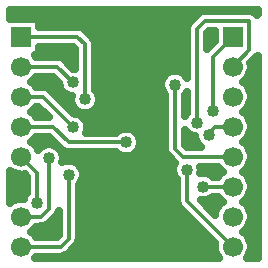
<source format=gbl>
G04 DipTrace 3.1.0.1*
G04 HelloWorld1.gbl*
%MOIN*%
G04 #@! TF.FileFunction,Copper,L2,Bot*
G04 #@! TF.Part,Single*
G04 #@! TA.AperFunction,Conductor*
%ADD13C,0.012992*%
G04 #@! TA.AperFunction,CopperBalancing*
%ADD14C,0.025*%
G04 #@! TA.AperFunction,ComponentPad*
%ADD16R,0.066929X0.066929*%
%ADD17C,0.066929*%
G04 #@! TA.AperFunction,ViaPad*
%ADD19C,0.04*%
%FSLAX26Y26*%
G04*
G70*
G90*
G75*
G01*
G04 Bottom*
%LPD*%
X753724Y606520D2*
D13*
D3*
X783843Y724000D2*
X862819Y802976D1*
Y1145106D1*
X814909Y1193016D1*
X753724Y606520D2*
X746370Y613874D1*
Y678020D1*
X862819D1*
Y724000D1*
X783843D1*
X474000Y794000D2*
X526957Y741043D1*
Y640992D1*
X823331Y841051D2*
X632409D1*
X579461Y894000D1*
X474000D1*
X686480Y984866D2*
Y1168016D1*
X660496Y1194000D1*
X474000D1*
X646992Y1041051D2*
X594043Y1094000D1*
X474000D1*
X646992Y891441D2*
X544433Y994000D1*
X474000D1*
X566445Y789472D2*
Y619984D1*
X540461Y594000D1*
X474000D1*
X631917Y733488D2*
Y519984D1*
X605933Y494000D1*
X474000D1*
X1112469Y946953D2*
Y1127547D1*
X1178921Y1194000D1*
X1059480Y907465D2*
Y1220969D1*
X1085465Y1246953D1*
X1233795D1*
Y1148874D1*
X1178921Y1094000D1*
X1098969Y865850D2*
Y874000D1*
X1118969Y894000D1*
X1178921D1*
X986217Y1033488D2*
Y819984D1*
X1012201Y794000D1*
X1178921D1*
X1078693Y694000D2*
X1178921D1*
X1025701Y750500D2*
Y647220D1*
X1178921Y494000D1*
D19*
X783843Y724000D3*
X753724Y606520D3*
X814909Y1193016D3*
X526957Y640992D3*
X823331Y841051D3*
X686480Y984866D3*
X646992Y1041051D3*
Y891441D3*
X566445Y789472D3*
X631917Y733488D3*
X1112469Y946953D3*
X1059480Y907465D3*
X1098969Y865850D3*
X986217Y1033488D3*
X1078693Y694000D3*
X1025701Y750500D3*
X439018Y1256631D2*
D14*
X1045987D1*
X536479Y1231762D2*
X1025783D1*
X696774Y1206894D2*
X1023990D1*
X1094980D2*
X1116463D1*
X718843Y1182025D2*
X1023990D1*
X1094980D2*
X1116463D1*
X536479Y1157156D2*
X648175D1*
X721965D2*
X1023990D1*
X522664Y1132287D2*
X650974D1*
X721965D2*
X1023990D1*
X629778Y1107419D2*
X650974D1*
X721965D2*
X1023990D1*
X1241496D2*
X1258995D1*
X721965Y1082550D2*
X1023990D1*
X1240276D2*
X1258995D1*
X524207Y1057681D2*
X581215D1*
X721965D2*
X944004D1*
X1229152D2*
X1258995D1*
X522197Y1032812D2*
X598726D1*
X721965D2*
X937222D1*
X1227142D2*
X1258995D1*
X579648Y1007944D2*
X611824D1*
X729357D2*
X944865D1*
X1239738D2*
X1258995D1*
X604516Y983075D2*
X637517D1*
X735457D2*
X950714D1*
X1240383D2*
X1258995D1*
X629383Y958206D2*
X645878D1*
X727096D2*
X950714D1*
X1229546D2*
X1258995D1*
X521766Y933337D2*
X555916D1*
X669681D2*
X950714D1*
X1226676D2*
X1258995D1*
X692755Y908469D2*
X950714D1*
X1239630D2*
X1258995D1*
X695339Y883600D2*
X802083D1*
X844581D2*
X950714D1*
X1240491D2*
X1258995D1*
X524996Y858731D2*
X565570D1*
X868839D2*
X950714D1*
X1021705D2*
X1050508D1*
X1229906D2*
X1258995D1*
X521301Y833862D2*
X550104D1*
X582806D2*
X590437D1*
X871781D2*
X950714D1*
X1021705D2*
X1062709D1*
X1226210D2*
X1258995D1*
X611155Y808993D2*
X622087D1*
X859509D2*
X952617D1*
X1239487D2*
X1258995D1*
X615138Y784125D2*
X972927D1*
X1240563D2*
X1258995D1*
X673126Y759256D2*
X977520D1*
X1073881D2*
X1127551D1*
X1230301D2*
X1258995D1*
X439018Y734387D2*
X465022D1*
X680913D2*
X979566D1*
X1104239D2*
X1132109D1*
X1225743D2*
X1258995D1*
X439018Y709518D2*
X491469D1*
X674274D2*
X990223D1*
X1239343D2*
X1258995D1*
X439018Y684650D2*
X491469D1*
X667421D2*
X990223D1*
X1240635D2*
X1258995D1*
X439018Y659781D2*
X481924D1*
X667421D2*
X990223D1*
X1112672D2*
X1127193D1*
X1230659D2*
X1258995D1*
X667421Y634912D2*
X992591D1*
X1087157D2*
X1132575D1*
X1225277D2*
X1258995D1*
X667421Y610043D2*
X1013727D1*
X1239199D2*
X1258995D1*
X580797Y585175D2*
X596429D1*
X667421D2*
X1038594D1*
X1240743D2*
X1258995D1*
X526109Y560306D2*
X596429D1*
X667421D2*
X1063462D1*
X1231018D2*
X1258995D1*
X519829Y535437D2*
X596429D1*
X667421D2*
X1088331D1*
X1224774D2*
X1258995D1*
X666058Y510568D2*
X1113198D1*
X1239056D2*
X1258995D1*
X646787Y485699D2*
X1117038D1*
X1240814D2*
X1258995D1*
X526467Y460831D2*
X1126475D1*
X1231377D2*
X1258995D1*
X436535Y1253965D2*
X533965D1*
Y1227016D1*
X663085Y1226895D1*
X668198Y1226084D1*
X673123Y1224484D1*
X677736Y1222134D1*
X681925Y1219091D1*
X709812Y1191348D1*
X713175Y1187411D1*
X715879Y1182996D1*
X717861Y1178213D1*
X719070Y1173177D1*
X719475Y1168005D1*
X719476Y1017626D1*
X724100Y1012198D1*
X727912Y1005976D1*
X730705Y999235D1*
X732408Y992140D1*
X732980Y984866D1*
X732408Y977592D1*
X730705Y970496D1*
X727912Y963756D1*
X724100Y957534D1*
X719361Y951986D1*
X713812Y947247D1*
X707591Y943434D1*
X700849Y940642D1*
X693755Y938938D1*
X686480Y938366D1*
X679206Y938938D1*
X672110Y940642D1*
X665370Y943434D1*
X659148Y947247D1*
X653600Y951986D1*
X648861Y957534D1*
X645049Y963756D1*
X642256Y970496D1*
X640552Y977592D1*
X639980Y984866D1*
X640552Y992140D1*
X641106Y994924D1*
X636136Y995836D1*
X629197Y998091D1*
X622696Y1001403D1*
X616793Y1005692D1*
X611633Y1010852D1*
X607344Y1016755D1*
X604031Y1023256D1*
X601777Y1030196D1*
X600635Y1037403D1*
X600499Y1040894D1*
X580398Y1060982D1*
X524105Y1061004D1*
X519597Y1055056D1*
X512944Y1048403D1*
X507059Y1044026D1*
X512944Y1039597D1*
X519597Y1032944D1*
X524014Y1026999D1*
X547022Y1026895D1*
X552135Y1026084D1*
X557060Y1024484D1*
X561673Y1022134D1*
X565862Y1019091D1*
X613235Y971862D1*
X647160Y937937D1*
X654266Y937369D1*
X661361Y935665D1*
X668102Y932873D1*
X674324Y929060D1*
X679873Y924322D1*
X684612Y918773D1*
X688424Y912551D1*
X691217Y905810D1*
X692920Y898715D1*
X693492Y891441D1*
X692920Y884167D1*
X691217Y877072D1*
X690096Y874034D1*
X790551Y874047D1*
X795999Y878671D1*
X802220Y882483D1*
X808962Y885276D1*
X816056Y886979D1*
X823331Y887551D1*
X830605Y886979D1*
X837701Y885276D1*
X844441Y882483D1*
X850663Y878671D1*
X856211Y873932D1*
X860950Y868383D1*
X864762Y862161D1*
X867555Y855420D1*
X869259Y848325D1*
X869831Y841051D1*
X869259Y833777D1*
X867555Y826681D1*
X864762Y819941D1*
X860950Y813719D1*
X856211Y808171D1*
X850663Y803432D1*
X844441Y799619D1*
X837701Y796827D1*
X830605Y795123D1*
X823331Y794551D1*
X816056Y795123D1*
X808962Y796827D1*
X802220Y799619D1*
X795999Y803432D1*
X790566Y808064D1*
X629822Y808156D1*
X624707Y808967D1*
X619783Y810567D1*
X615169Y812917D1*
X610980Y815961D1*
X565816Y860982D1*
X524092Y861004D1*
X519597Y855056D1*
X512944Y848403D1*
X507059Y844026D1*
X512944Y839597D1*
X519597Y832944D1*
X525129Y825332D1*
X529223Y817332D1*
X533564Y822353D1*
X539113Y827092D1*
X545335Y830904D1*
X552076Y833696D1*
X559171Y835399D1*
X566445Y835972D1*
X573719Y835399D1*
X580814Y833696D1*
X587555Y830904D1*
X593777Y827092D1*
X599325Y822353D1*
X604064Y816804D1*
X607877Y810583D1*
X610669Y803841D1*
X612373Y796747D1*
X612945Y789472D1*
X612373Y782198D1*
X610555Y774795D1*
X617547Y777713D1*
X624643Y779416D1*
X631917Y779988D1*
X639192Y779416D1*
X646286Y777713D1*
X653028Y774920D1*
X659249Y771108D1*
X664798Y766369D1*
X669537Y760820D1*
X673349Y754598D1*
X676142Y747857D1*
X677845Y740762D1*
X678417Y733488D1*
X677845Y726214D1*
X676142Y719118D1*
X673349Y712378D1*
X669537Y706156D1*
X664904Y700723D1*
X664811Y517395D1*
X664001Y512281D1*
X662402Y507357D1*
X660051Y502744D1*
X657008Y498555D1*
X629265Y470668D1*
X625328Y467306D1*
X620913Y464600D1*
X616130Y462619D1*
X611094Y461409D1*
X605933Y461004D1*
X524081D1*
X520724Y456486D1*
X1132102Y456500D1*
X1127793Y462668D1*
X1123521Y471052D1*
X1120614Y480001D1*
X1119142Y489295D1*
Y498705D1*
X1120222Y506033D1*
X1000610Y625791D1*
X997567Y629980D1*
X995217Y634593D1*
X993617Y639517D1*
X992807Y644631D1*
X992705Y711525D1*
Y717732D1*
X988081Y723168D1*
X984269Y729390D1*
X981476Y736131D1*
X979773Y743226D1*
X979201Y750500D1*
X979773Y757774D1*
X981476Y764869D1*
X984269Y771610D1*
X985587Y773962D1*
X961126Y798555D1*
X958083Y802744D1*
X955732Y807357D1*
X954133Y812281D1*
X953323Y817395D1*
X953220Y884289D1*
Y1000732D1*
X948597Y1006156D1*
X944785Y1012378D1*
X941993Y1019118D1*
X940290Y1026214D1*
X939717Y1033488D1*
X940290Y1040762D1*
X941993Y1047857D1*
X944785Y1054598D1*
X948597Y1060820D1*
X953336Y1066369D1*
X958885Y1071108D1*
X965106Y1074920D1*
X971848Y1077713D1*
X978942Y1079416D1*
X986217Y1079988D1*
X993491Y1079416D1*
X1000587Y1077713D1*
X1007328Y1074920D1*
X1013549Y1071108D1*
X1019097Y1066369D1*
X1023836Y1060820D1*
X1026486Y1056677D1*
X1026585Y1223556D1*
X1027395Y1228671D1*
X1028996Y1233594D1*
X1031346Y1238209D1*
X1034390Y1242398D1*
X1062134Y1270285D1*
X1066071Y1273647D1*
X1070486Y1276353D1*
X1075269Y1278335D1*
X1080303Y1279543D1*
X1085465Y1279949D1*
X1236383Y1279848D1*
X1241497Y1279037D1*
X1246423Y1277437D1*
X1251035Y1275087D1*
X1255224Y1272043D1*
X1258886Y1268382D1*
X1260495Y1266339D1*
X1261500Y1270772D1*
Y1281501D1*
X436499Y1281500D1*
X436500Y1253990D1*
X533965Y1160988D2*
Y1134035D1*
X518642D1*
X524014Y1126999D1*
X596631Y1126895D1*
X601745Y1126084D1*
X606671Y1124484D1*
X611283Y1122134D1*
X615472Y1119091D1*
X647138Y1087568D1*
X653487Y1087071D1*
X653484Y1154346D1*
X646833Y1161000D1*
X533933Y1161004D1*
X524014Y961001D2*
X519597Y955056D1*
X512944Y948403D1*
X507059Y944026D1*
X512944Y939597D1*
X519597Y932944D1*
X524014Y926999D1*
X564751Y926996D1*
X530766Y961003D1*
X524087Y961004D1*
X486033Y735301D2*
X478705Y734220D1*
X469295D1*
X460001Y735693D1*
X451052Y738600D1*
X442668Y742871D1*
X436486Y747276D1*
X436500Y640801D1*
X442668Y645129D1*
X451052Y649400D1*
X460001Y652307D1*
X469295Y653780D1*
X478705D1*
X482121Y653375D1*
X483996Y658787D1*
X487310Y665289D1*
X491598Y671192D1*
X493970Y673757D1*
X493961Y727365D1*
X486092Y735244D1*
X524014Y561001D2*
X519597Y555056D1*
X512944Y548403D1*
X507059Y544026D1*
X512944Y539597D1*
X519597Y532944D1*
X524014Y526999D1*
X592239Y526996D1*
X598916Y533647D1*
X598921Y614180D1*
X597827Y609787D1*
X595845Y605004D1*
X593139Y600589D1*
X589777Y596652D1*
X561890Y568909D1*
X557701Y565866D1*
X553088Y563516D1*
X548164Y561916D1*
X543050Y561105D1*
X524062Y561004D1*
X1118957Y1180720D2*
Y1213950D1*
X1099122Y1213957D1*
X1092482Y1207306D1*
X1092476Y1154188D1*
X1118951Y1180694D1*
X1238701Y1089295D2*
X1237228Y1080001D1*
X1234322Y1071052D1*
X1230050Y1062668D1*
X1224518Y1055056D1*
X1217865Y1048403D1*
X1211980Y1044026D1*
X1217865Y1039597D1*
X1224518Y1032944D1*
X1230050Y1025332D1*
X1234322Y1016948D1*
X1237228Y1007999D1*
X1238701Y998705D1*
Y989295D1*
X1237228Y980001D1*
X1234322Y971052D1*
X1230050Y962668D1*
X1224518Y955056D1*
X1217865Y948403D1*
X1211980Y944026D1*
X1217865Y939597D1*
X1224518Y932944D1*
X1230050Y925332D1*
X1234322Y916948D1*
X1237228Y907999D1*
X1238701Y898705D1*
Y889295D1*
X1237228Y880001D1*
X1234322Y871052D1*
X1230050Y862668D1*
X1224518Y855056D1*
X1217865Y848403D1*
X1211980Y844026D1*
X1217865Y839597D1*
X1224518Y832944D1*
X1230050Y825332D1*
X1234322Y816948D1*
X1237228Y807999D1*
X1238701Y798705D1*
Y789295D1*
X1237228Y780001D1*
X1234322Y771052D1*
X1230050Y762668D1*
X1224518Y755056D1*
X1217865Y748403D1*
X1211980Y744026D1*
X1217865Y739597D1*
X1224518Y732944D1*
X1230050Y725332D1*
X1234322Y716948D1*
X1237228Y707999D1*
X1238701Y698705D1*
Y689295D1*
X1237228Y680001D1*
X1234322Y671052D1*
X1230050Y662668D1*
X1224518Y655056D1*
X1217865Y648403D1*
X1211980Y644026D1*
X1217865Y639597D1*
X1224518Y632944D1*
X1230050Y625332D1*
X1234322Y616948D1*
X1237228Y607999D1*
X1238701Y598705D1*
Y589295D1*
X1237228Y580001D1*
X1234322Y571052D1*
X1230050Y562668D1*
X1224518Y555056D1*
X1217865Y548403D1*
X1211980Y544026D1*
X1217865Y539597D1*
X1224518Y532944D1*
X1230050Y525332D1*
X1234322Y516948D1*
X1237228Y507999D1*
X1238701Y498705D1*
Y489295D1*
X1237228Y480001D1*
X1234322Y471052D1*
X1230050Y462668D1*
X1225646Y456486D1*
X1261501Y456500D1*
X1261500Y1130930D1*
X1257127Y1125542D1*
X1237665Y1106080D1*
X1238701Y1098705D1*
Y1089295D1*
X1145862Y744026D2*
X1139978Y748403D1*
X1133324Y755056D1*
X1128907Y761001D1*
X1071017Y761004D1*
X1072058Y754148D1*
Y746852D1*
X1070958Y739854D1*
X1078693Y740500D1*
X1085967Y739928D1*
X1093062Y738224D1*
X1099803Y735432D1*
X1106025Y731619D1*
X1111458Y726987D1*
X1128823Y726996D1*
X1133324Y732944D1*
X1139978Y739597D1*
X1145862Y743974D1*
Y644026D2*
X1139978Y648403D1*
X1133324Y655056D1*
X1128907Y661001D1*
X1111423Y661004D1*
X1106025Y656381D1*
X1099803Y652568D1*
X1093062Y649776D1*
X1085967Y648072D1*
X1078693Y647500D1*
X1071518Y648060D1*
X1119293Y600291D1*
X1120614Y607999D1*
X1123521Y616948D1*
X1127793Y625332D1*
X1133324Y632944D1*
X1139978Y639597D1*
X1145862Y643974D1*
X1052673Y861482D2*
X1045110Y863241D1*
X1038370Y866033D1*
X1032148Y869845D1*
X1026600Y874584D1*
X1021861Y880133D1*
X1019213Y884277D1*
Y833650D1*
X1025865Y827000D1*
X1073455Y826996D1*
X1068769Y830491D1*
X1063610Y835651D1*
X1059322Y841554D1*
X1056009Y848055D1*
X1053753Y854995D1*
X1052701Y861451D1*
X1019213Y930654D2*
X1021861Y934797D1*
X1026493Y940230D1*
X1026484Y1010201D1*
X1021576Y1003289D1*
X1019203Y1000723D1*
X1019213Y930752D1*
D16*
X474000Y1194000D3*
D17*
Y1094000D3*
Y994000D3*
Y894000D3*
Y794000D3*
Y694000D3*
Y594000D3*
Y494000D3*
D16*
X1178921Y1194000D3*
D17*
Y1094000D3*
Y994000D3*
Y894000D3*
Y794000D3*
Y694000D3*
Y594000D3*
Y494000D3*
M02*

</source>
